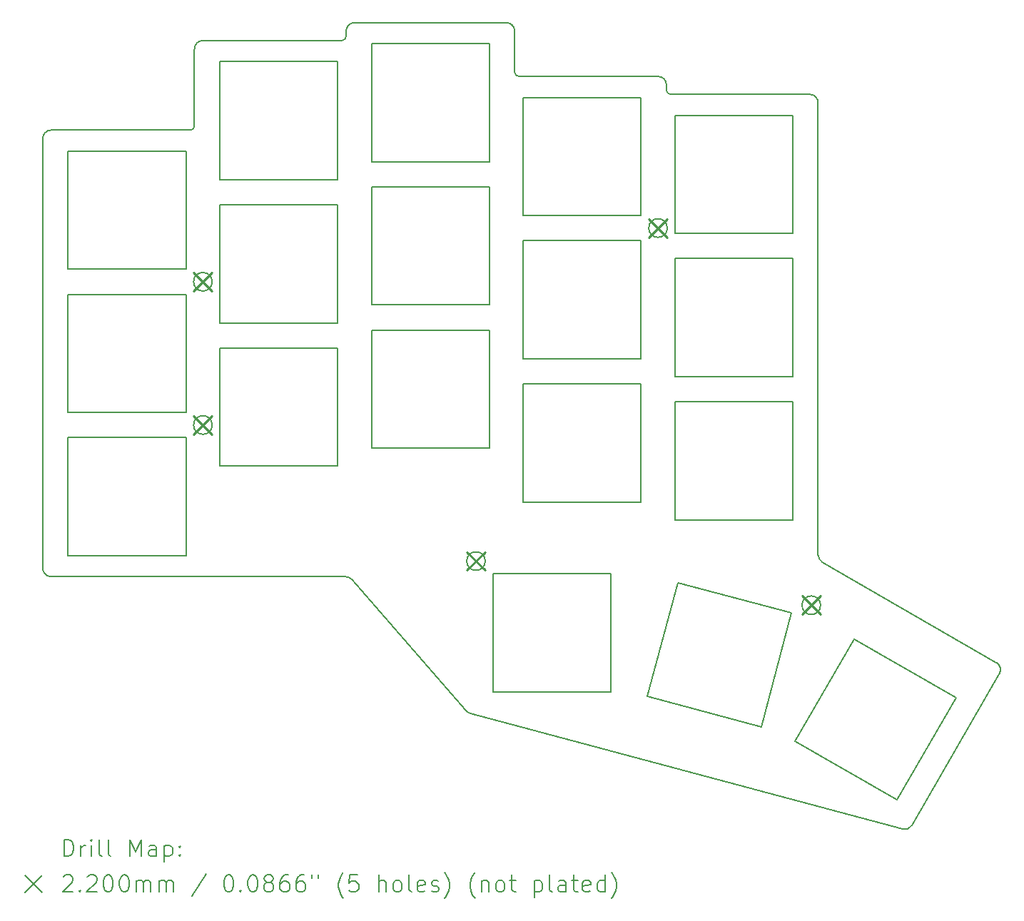
<source format=gbr>
%TF.GenerationSoftware,KiCad,Pcbnew,8.0.6+1*%
%TF.CreationDate,2024-12-31T16:22:12+00:00*%
%TF.ProjectId,frontplate,66726f6e-7470-46c6-9174-652e6b696361,0.2*%
%TF.SameCoordinates,Original*%
%TF.FileFunction,Drillmap*%
%TF.FilePolarity,Positive*%
%FSLAX45Y45*%
G04 Gerber Fmt 4.5, Leading zero omitted, Abs format (unit mm)*
G04 Created by KiCad (PCBNEW 8.0.6+1) date 2024-12-31 16:22:12*
%MOMM*%
%LPD*%
G01*
G04 APERTURE LIST*
%ADD10C,0.150000*%
%ADD11C,0.200000*%
%ADD12C,0.220000*%
G04 APERTURE END LIST*
D10*
X9100000Y-10950000D02*
X12591898Y-10950000D01*
X9000000Y-10850000D02*
X9000000Y-5750000D01*
X9100000Y-10950000D02*
G75*
G02*
X9000000Y-10850000I0J100000D01*
G01*
X10750000Y-5650000D02*
X9100000Y-5650000D01*
X9000000Y-5750000D02*
G75*
G02*
X9100000Y-5650000I100000J0D01*
G01*
X12550000Y-4587500D02*
X10900000Y-4587500D01*
X10800000Y-4687500D02*
G75*
G02*
X10900000Y-4587500I100000J0D01*
G01*
X10800000Y-4687500D02*
X10800000Y-5600000D01*
X14600000Y-4962500D02*
X14600000Y-4475000D01*
X14500000Y-4375000D02*
G75*
G02*
X14600000Y-4475000I0J-100000D01*
G01*
X14500000Y-4375000D02*
X12700000Y-4375000D01*
X12600000Y-4475000D02*
G75*
G02*
X12700000Y-4375000I100000J0D01*
G01*
X12600000Y-4475000D02*
X12600000Y-4537500D01*
X16400000Y-5175000D02*
X16400000Y-5112500D01*
X16300000Y-5012500D02*
G75*
G02*
X16400000Y-5112500I0J-100000D01*
G01*
X16300000Y-5012500D02*
X14650000Y-5012500D01*
X18200000Y-10689481D02*
X18200000Y-5325000D01*
X18100000Y-5225000D02*
G75*
G02*
X18200000Y-5325000I0J-100000D01*
G01*
X18100000Y-5225000D02*
X16450000Y-5225000D01*
X19312481Y-13901024D02*
X20350000Y-12103989D01*
X18250000Y-10776083D02*
X20313398Y-11967386D01*
X19199997Y-13947617D02*
X14069557Y-12572920D01*
X14019936Y-12541896D02*
X12667401Y-10984431D01*
X18250000Y-10776083D02*
G75*
G02*
X18199999Y-10689481I50000J86603D01*
G01*
X20313398Y-11967386D02*
G75*
G02*
X20350002Y-12103990I-49998J-86604D01*
G01*
X19312481Y-13901024D02*
G75*
G02*
X19199998Y-13947613I-86601J50004D01*
G01*
X14069557Y-12572920D02*
G75*
G02*
X14019937Y-12541895I25883J96590D01*
G01*
X12591898Y-10950000D02*
G75*
G02*
X12667402Y-10984430I2J-100000D01*
G01*
X16450000Y-5225000D02*
G75*
G02*
X16400000Y-5175000I0J50000D01*
G01*
X14650000Y-5012500D02*
G75*
G02*
X14600000Y-4962500I0J50000D01*
G01*
X12600000Y-4537500D02*
G75*
G02*
X12550000Y-4587500I-50000J0D01*
G01*
X10800000Y-5600000D02*
G75*
G02*
X10750000Y-5650000I-50000J0D01*
G01*
X9300000Y-10700000D02*
X10700000Y-10700000D01*
X10700000Y-10700000D02*
X10700000Y-9300000D01*
X10700000Y-9300000D02*
X9300000Y-9300000D01*
X9300000Y-9300000D02*
X9300000Y-10700000D01*
X9300000Y-9000000D02*
X10700000Y-9000000D01*
X10700000Y-9000000D02*
X10700000Y-7600000D01*
X10700000Y-7600000D02*
X9300000Y-7600000D01*
X9300000Y-7600000D02*
X9300000Y-9000000D01*
X9300000Y-7300000D02*
X10700000Y-7300000D01*
X10700000Y-7300000D02*
X10700000Y-5900000D01*
X10700000Y-5900000D02*
X9300000Y-5900000D01*
X9300000Y-5900000D02*
X9300000Y-7300000D01*
X11100000Y-9637500D02*
X12500000Y-9637500D01*
X12500000Y-9637500D02*
X12500000Y-8237500D01*
X12500000Y-8237500D02*
X11100000Y-8237500D01*
X11100000Y-8237500D02*
X11100000Y-9637500D01*
X11100000Y-7937500D02*
X12500000Y-7937500D01*
X12500000Y-7937500D02*
X12500000Y-6537500D01*
X12500000Y-6537500D02*
X11100000Y-6537500D01*
X11100000Y-6537500D02*
X11100000Y-7937500D01*
X11100000Y-6237500D02*
X12500000Y-6237500D01*
X12500000Y-6237500D02*
X12500000Y-4837500D01*
X12500000Y-4837500D02*
X11100000Y-4837500D01*
X11100000Y-4837500D02*
X11100000Y-6237500D01*
X12900000Y-9425000D02*
X14300000Y-9425000D01*
X14300000Y-9425000D02*
X14300000Y-8025000D01*
X14300000Y-8025000D02*
X12900000Y-8025000D01*
X12900000Y-8025000D02*
X12900000Y-9425000D01*
X12900000Y-7725000D02*
X14300000Y-7725000D01*
X14300000Y-7725000D02*
X14300000Y-6325000D01*
X14300000Y-6325000D02*
X12900000Y-6325000D01*
X12900000Y-6325000D02*
X12900000Y-7725000D01*
X12900000Y-6025000D02*
X14300000Y-6025000D01*
X14300000Y-6025000D02*
X14300000Y-4625000D01*
X14300000Y-4625000D02*
X12900000Y-4625000D01*
X12900000Y-4625000D02*
X12900000Y-6025000D01*
X14700000Y-10062500D02*
X16100000Y-10062500D01*
X16100000Y-10062500D02*
X16100000Y-8662500D01*
X16100000Y-8662500D02*
X14700000Y-8662500D01*
X14700000Y-8662500D02*
X14700000Y-10062500D01*
X14700000Y-8362500D02*
X16100000Y-8362500D01*
X16100000Y-8362500D02*
X16100000Y-6962500D01*
X16100000Y-6962500D02*
X14700000Y-6962500D01*
X14700000Y-6962500D02*
X14700000Y-8362500D01*
X14700000Y-6662500D02*
X16100000Y-6662500D01*
X16100000Y-6662500D02*
X16100000Y-5262500D01*
X16100000Y-5262500D02*
X14700000Y-5262500D01*
X14700000Y-5262500D02*
X14700000Y-6662500D01*
X16500000Y-10275000D02*
X17900000Y-10275000D01*
X17900000Y-10275000D02*
X17900000Y-8875000D01*
X17900000Y-8875000D02*
X16500000Y-8875000D01*
X16500000Y-8875000D02*
X16500000Y-10275000D01*
X16500000Y-8575000D02*
X17900000Y-8575000D01*
X17900000Y-8575000D02*
X17900000Y-7175000D01*
X17900000Y-7175000D02*
X16500000Y-7175000D01*
X16500000Y-7175000D02*
X16500000Y-8575000D01*
X16500000Y-6875000D02*
X17900000Y-6875000D01*
X17900000Y-6875000D02*
X17900000Y-5475000D01*
X17900000Y-5475000D02*
X16500000Y-5475000D01*
X16500000Y-5475000D02*
X16500000Y-6875000D01*
X14340000Y-12315000D02*
X15740000Y-12315000D01*
X15740000Y-12315000D02*
X15740000Y-10915000D01*
X15740000Y-10915000D02*
X14340000Y-10915000D01*
X14340000Y-10915000D02*
X14340000Y-12315000D01*
X16172008Y-12371875D02*
X17524304Y-12734222D01*
X17524304Y-12734222D02*
X17886651Y-11381925D01*
X17886651Y-11381925D02*
X16534355Y-11019579D01*
X16534355Y-11019579D02*
X16172008Y-12371875D01*
X17926872Y-12900970D02*
X19139307Y-13600970D01*
X19139307Y-13600970D02*
X19839307Y-12388535D01*
X19839307Y-12388535D02*
X18626872Y-11688535D01*
X18626872Y-11688535D02*
X17926872Y-12900970D01*
X11010000Y-7450000D02*
G75*
G02*
X10790000Y-7450000I-110000J0D01*
G01*
X10790000Y-7450000D02*
G75*
G02*
X11010000Y-7450000I110000J0D01*
G01*
X11010000Y-9150000D02*
G75*
G02*
X10790000Y-9150000I-110000J0D01*
G01*
X10790000Y-9150000D02*
G75*
G02*
X11010000Y-9150000I110000J0D01*
G01*
X16410000Y-6812500D02*
G75*
G02*
X16190000Y-6812500I-110000J0D01*
G01*
X16190000Y-6812500D02*
G75*
G02*
X16410000Y-6812500I110000J0D01*
G01*
X14250000Y-10765000D02*
G75*
G02*
X14030000Y-10765000I-110000J0D01*
G01*
X14030000Y-10765000D02*
G75*
G02*
X14250000Y-10765000I110000J0D01*
G01*
X18228659Y-11288800D02*
G75*
G02*
X18008659Y-11288800I-110000J0D01*
G01*
X18008659Y-11288800D02*
G75*
G02*
X18228659Y-11288800I110000J0D01*
G01*
D11*
D12*
X10790000Y-7340000D02*
X11010000Y-7560000D01*
X11010000Y-7340000D02*
X10790000Y-7560000D01*
X10790000Y-9040000D02*
X11010000Y-9260000D01*
X11010000Y-9040000D02*
X10790000Y-9260000D01*
X14030000Y-10655000D02*
X14250000Y-10875000D01*
X14250000Y-10655000D02*
X14030000Y-10875000D01*
X16190000Y-6702500D02*
X16410000Y-6922500D01*
X16410000Y-6702500D02*
X16190000Y-6922500D01*
X18008659Y-11178800D02*
X18228659Y-11398800D01*
X18228659Y-11178800D02*
X18008659Y-11398800D01*
D11*
X9253277Y-14270005D02*
X9253277Y-14070005D01*
X9253277Y-14070005D02*
X9300896Y-14070005D01*
X9300896Y-14070005D02*
X9329467Y-14079529D01*
X9329467Y-14079529D02*
X9348515Y-14098576D01*
X9348515Y-14098576D02*
X9358039Y-14117624D01*
X9358039Y-14117624D02*
X9367563Y-14155719D01*
X9367563Y-14155719D02*
X9367563Y-14184290D01*
X9367563Y-14184290D02*
X9358039Y-14222386D01*
X9358039Y-14222386D02*
X9348515Y-14241433D01*
X9348515Y-14241433D02*
X9329467Y-14260481D01*
X9329467Y-14260481D02*
X9300896Y-14270005D01*
X9300896Y-14270005D02*
X9253277Y-14270005D01*
X9453277Y-14270005D02*
X9453277Y-14136671D01*
X9453277Y-14174767D02*
X9462801Y-14155719D01*
X9462801Y-14155719D02*
X9472324Y-14146195D01*
X9472324Y-14146195D02*
X9491372Y-14136671D01*
X9491372Y-14136671D02*
X9510420Y-14136671D01*
X9577086Y-14270005D02*
X9577086Y-14136671D01*
X9577086Y-14070005D02*
X9567563Y-14079529D01*
X9567563Y-14079529D02*
X9577086Y-14089052D01*
X9577086Y-14089052D02*
X9586610Y-14079529D01*
X9586610Y-14079529D02*
X9577086Y-14070005D01*
X9577086Y-14070005D02*
X9577086Y-14089052D01*
X9700896Y-14270005D02*
X9681848Y-14260481D01*
X9681848Y-14260481D02*
X9672324Y-14241433D01*
X9672324Y-14241433D02*
X9672324Y-14070005D01*
X9805658Y-14270005D02*
X9786610Y-14260481D01*
X9786610Y-14260481D02*
X9777086Y-14241433D01*
X9777086Y-14241433D02*
X9777086Y-14070005D01*
X10034229Y-14270005D02*
X10034229Y-14070005D01*
X10034229Y-14070005D02*
X10100896Y-14212862D01*
X10100896Y-14212862D02*
X10167563Y-14070005D01*
X10167563Y-14070005D02*
X10167563Y-14270005D01*
X10348515Y-14270005D02*
X10348515Y-14165243D01*
X10348515Y-14165243D02*
X10338991Y-14146195D01*
X10338991Y-14146195D02*
X10319944Y-14136671D01*
X10319944Y-14136671D02*
X10281848Y-14136671D01*
X10281848Y-14136671D02*
X10262801Y-14146195D01*
X10348515Y-14260481D02*
X10329467Y-14270005D01*
X10329467Y-14270005D02*
X10281848Y-14270005D01*
X10281848Y-14270005D02*
X10262801Y-14260481D01*
X10262801Y-14260481D02*
X10253277Y-14241433D01*
X10253277Y-14241433D02*
X10253277Y-14222386D01*
X10253277Y-14222386D02*
X10262801Y-14203338D01*
X10262801Y-14203338D02*
X10281848Y-14193814D01*
X10281848Y-14193814D02*
X10329467Y-14193814D01*
X10329467Y-14193814D02*
X10348515Y-14184290D01*
X10443753Y-14136671D02*
X10443753Y-14336671D01*
X10443753Y-14146195D02*
X10462801Y-14136671D01*
X10462801Y-14136671D02*
X10500896Y-14136671D01*
X10500896Y-14136671D02*
X10519944Y-14146195D01*
X10519944Y-14146195D02*
X10529467Y-14155719D01*
X10529467Y-14155719D02*
X10538991Y-14174767D01*
X10538991Y-14174767D02*
X10538991Y-14231909D01*
X10538991Y-14231909D02*
X10529467Y-14250957D01*
X10529467Y-14250957D02*
X10519944Y-14260481D01*
X10519944Y-14260481D02*
X10500896Y-14270005D01*
X10500896Y-14270005D02*
X10462801Y-14270005D01*
X10462801Y-14270005D02*
X10443753Y-14260481D01*
X10624705Y-14250957D02*
X10634229Y-14260481D01*
X10634229Y-14260481D02*
X10624705Y-14270005D01*
X10624705Y-14270005D02*
X10615182Y-14260481D01*
X10615182Y-14260481D02*
X10624705Y-14250957D01*
X10624705Y-14250957D02*
X10624705Y-14270005D01*
X10624705Y-14146195D02*
X10634229Y-14155719D01*
X10634229Y-14155719D02*
X10624705Y-14165243D01*
X10624705Y-14165243D02*
X10615182Y-14155719D01*
X10615182Y-14155719D02*
X10624705Y-14146195D01*
X10624705Y-14146195D02*
X10624705Y-14165243D01*
X8792500Y-14498521D02*
X8992500Y-14698521D01*
X8992500Y-14498521D02*
X8792500Y-14698521D01*
X9243753Y-14509052D02*
X9253277Y-14499529D01*
X9253277Y-14499529D02*
X9272324Y-14490005D01*
X9272324Y-14490005D02*
X9319944Y-14490005D01*
X9319944Y-14490005D02*
X9338991Y-14499529D01*
X9338991Y-14499529D02*
X9348515Y-14509052D01*
X9348515Y-14509052D02*
X9358039Y-14528100D01*
X9358039Y-14528100D02*
X9358039Y-14547148D01*
X9358039Y-14547148D02*
X9348515Y-14575719D01*
X9348515Y-14575719D02*
X9234229Y-14690005D01*
X9234229Y-14690005D02*
X9358039Y-14690005D01*
X9443753Y-14670957D02*
X9453277Y-14680481D01*
X9453277Y-14680481D02*
X9443753Y-14690005D01*
X9443753Y-14690005D02*
X9434229Y-14680481D01*
X9434229Y-14680481D02*
X9443753Y-14670957D01*
X9443753Y-14670957D02*
X9443753Y-14690005D01*
X9529467Y-14509052D02*
X9538991Y-14499529D01*
X9538991Y-14499529D02*
X9558039Y-14490005D01*
X9558039Y-14490005D02*
X9605658Y-14490005D01*
X9605658Y-14490005D02*
X9624705Y-14499529D01*
X9624705Y-14499529D02*
X9634229Y-14509052D01*
X9634229Y-14509052D02*
X9643753Y-14528100D01*
X9643753Y-14528100D02*
X9643753Y-14547148D01*
X9643753Y-14547148D02*
X9634229Y-14575719D01*
X9634229Y-14575719D02*
X9519944Y-14690005D01*
X9519944Y-14690005D02*
X9643753Y-14690005D01*
X9767563Y-14490005D02*
X9786610Y-14490005D01*
X9786610Y-14490005D02*
X9805658Y-14499529D01*
X9805658Y-14499529D02*
X9815182Y-14509052D01*
X9815182Y-14509052D02*
X9824705Y-14528100D01*
X9824705Y-14528100D02*
X9834229Y-14566195D01*
X9834229Y-14566195D02*
X9834229Y-14613814D01*
X9834229Y-14613814D02*
X9824705Y-14651909D01*
X9824705Y-14651909D02*
X9815182Y-14670957D01*
X9815182Y-14670957D02*
X9805658Y-14680481D01*
X9805658Y-14680481D02*
X9786610Y-14690005D01*
X9786610Y-14690005D02*
X9767563Y-14690005D01*
X9767563Y-14690005D02*
X9748515Y-14680481D01*
X9748515Y-14680481D02*
X9738991Y-14670957D01*
X9738991Y-14670957D02*
X9729467Y-14651909D01*
X9729467Y-14651909D02*
X9719944Y-14613814D01*
X9719944Y-14613814D02*
X9719944Y-14566195D01*
X9719944Y-14566195D02*
X9729467Y-14528100D01*
X9729467Y-14528100D02*
X9738991Y-14509052D01*
X9738991Y-14509052D02*
X9748515Y-14499529D01*
X9748515Y-14499529D02*
X9767563Y-14490005D01*
X9958039Y-14490005D02*
X9977086Y-14490005D01*
X9977086Y-14490005D02*
X9996134Y-14499529D01*
X9996134Y-14499529D02*
X10005658Y-14509052D01*
X10005658Y-14509052D02*
X10015182Y-14528100D01*
X10015182Y-14528100D02*
X10024705Y-14566195D01*
X10024705Y-14566195D02*
X10024705Y-14613814D01*
X10024705Y-14613814D02*
X10015182Y-14651909D01*
X10015182Y-14651909D02*
X10005658Y-14670957D01*
X10005658Y-14670957D02*
X9996134Y-14680481D01*
X9996134Y-14680481D02*
X9977086Y-14690005D01*
X9977086Y-14690005D02*
X9958039Y-14690005D01*
X9958039Y-14690005D02*
X9938991Y-14680481D01*
X9938991Y-14680481D02*
X9929467Y-14670957D01*
X9929467Y-14670957D02*
X9919944Y-14651909D01*
X9919944Y-14651909D02*
X9910420Y-14613814D01*
X9910420Y-14613814D02*
X9910420Y-14566195D01*
X9910420Y-14566195D02*
X9919944Y-14528100D01*
X9919944Y-14528100D02*
X9929467Y-14509052D01*
X9929467Y-14509052D02*
X9938991Y-14499529D01*
X9938991Y-14499529D02*
X9958039Y-14490005D01*
X10110420Y-14690005D02*
X10110420Y-14556671D01*
X10110420Y-14575719D02*
X10119944Y-14566195D01*
X10119944Y-14566195D02*
X10138991Y-14556671D01*
X10138991Y-14556671D02*
X10167563Y-14556671D01*
X10167563Y-14556671D02*
X10186610Y-14566195D01*
X10186610Y-14566195D02*
X10196134Y-14585243D01*
X10196134Y-14585243D02*
X10196134Y-14690005D01*
X10196134Y-14585243D02*
X10205658Y-14566195D01*
X10205658Y-14566195D02*
X10224705Y-14556671D01*
X10224705Y-14556671D02*
X10253277Y-14556671D01*
X10253277Y-14556671D02*
X10272325Y-14566195D01*
X10272325Y-14566195D02*
X10281848Y-14585243D01*
X10281848Y-14585243D02*
X10281848Y-14690005D01*
X10377086Y-14690005D02*
X10377086Y-14556671D01*
X10377086Y-14575719D02*
X10386610Y-14566195D01*
X10386610Y-14566195D02*
X10405658Y-14556671D01*
X10405658Y-14556671D02*
X10434229Y-14556671D01*
X10434229Y-14556671D02*
X10453277Y-14566195D01*
X10453277Y-14566195D02*
X10462801Y-14585243D01*
X10462801Y-14585243D02*
X10462801Y-14690005D01*
X10462801Y-14585243D02*
X10472325Y-14566195D01*
X10472325Y-14566195D02*
X10491372Y-14556671D01*
X10491372Y-14556671D02*
X10519944Y-14556671D01*
X10519944Y-14556671D02*
X10538991Y-14566195D01*
X10538991Y-14566195D02*
X10548515Y-14585243D01*
X10548515Y-14585243D02*
X10548515Y-14690005D01*
X10938991Y-14480481D02*
X10767563Y-14737624D01*
X11196134Y-14490005D02*
X11215182Y-14490005D01*
X11215182Y-14490005D02*
X11234229Y-14499529D01*
X11234229Y-14499529D02*
X11243753Y-14509052D01*
X11243753Y-14509052D02*
X11253277Y-14528100D01*
X11253277Y-14528100D02*
X11262801Y-14566195D01*
X11262801Y-14566195D02*
X11262801Y-14613814D01*
X11262801Y-14613814D02*
X11253277Y-14651909D01*
X11253277Y-14651909D02*
X11243753Y-14670957D01*
X11243753Y-14670957D02*
X11234229Y-14680481D01*
X11234229Y-14680481D02*
X11215182Y-14690005D01*
X11215182Y-14690005D02*
X11196134Y-14690005D01*
X11196134Y-14690005D02*
X11177087Y-14680481D01*
X11177087Y-14680481D02*
X11167563Y-14670957D01*
X11167563Y-14670957D02*
X11158039Y-14651909D01*
X11158039Y-14651909D02*
X11148515Y-14613814D01*
X11148515Y-14613814D02*
X11148515Y-14566195D01*
X11148515Y-14566195D02*
X11158039Y-14528100D01*
X11158039Y-14528100D02*
X11167563Y-14509052D01*
X11167563Y-14509052D02*
X11177087Y-14499529D01*
X11177087Y-14499529D02*
X11196134Y-14490005D01*
X11348515Y-14670957D02*
X11358039Y-14680481D01*
X11358039Y-14680481D02*
X11348515Y-14690005D01*
X11348515Y-14690005D02*
X11338991Y-14680481D01*
X11338991Y-14680481D02*
X11348515Y-14670957D01*
X11348515Y-14670957D02*
X11348515Y-14690005D01*
X11481848Y-14490005D02*
X11500896Y-14490005D01*
X11500896Y-14490005D02*
X11519944Y-14499529D01*
X11519944Y-14499529D02*
X11529467Y-14509052D01*
X11529467Y-14509052D02*
X11538991Y-14528100D01*
X11538991Y-14528100D02*
X11548515Y-14566195D01*
X11548515Y-14566195D02*
X11548515Y-14613814D01*
X11548515Y-14613814D02*
X11538991Y-14651909D01*
X11538991Y-14651909D02*
X11529467Y-14670957D01*
X11529467Y-14670957D02*
X11519944Y-14680481D01*
X11519944Y-14680481D02*
X11500896Y-14690005D01*
X11500896Y-14690005D02*
X11481848Y-14690005D01*
X11481848Y-14690005D02*
X11462801Y-14680481D01*
X11462801Y-14680481D02*
X11453277Y-14670957D01*
X11453277Y-14670957D02*
X11443753Y-14651909D01*
X11443753Y-14651909D02*
X11434229Y-14613814D01*
X11434229Y-14613814D02*
X11434229Y-14566195D01*
X11434229Y-14566195D02*
X11443753Y-14528100D01*
X11443753Y-14528100D02*
X11453277Y-14509052D01*
X11453277Y-14509052D02*
X11462801Y-14499529D01*
X11462801Y-14499529D02*
X11481848Y-14490005D01*
X11662801Y-14575719D02*
X11643753Y-14566195D01*
X11643753Y-14566195D02*
X11634229Y-14556671D01*
X11634229Y-14556671D02*
X11624706Y-14537624D01*
X11624706Y-14537624D02*
X11624706Y-14528100D01*
X11624706Y-14528100D02*
X11634229Y-14509052D01*
X11634229Y-14509052D02*
X11643753Y-14499529D01*
X11643753Y-14499529D02*
X11662801Y-14490005D01*
X11662801Y-14490005D02*
X11700896Y-14490005D01*
X11700896Y-14490005D02*
X11719944Y-14499529D01*
X11719944Y-14499529D02*
X11729467Y-14509052D01*
X11729467Y-14509052D02*
X11738991Y-14528100D01*
X11738991Y-14528100D02*
X11738991Y-14537624D01*
X11738991Y-14537624D02*
X11729467Y-14556671D01*
X11729467Y-14556671D02*
X11719944Y-14566195D01*
X11719944Y-14566195D02*
X11700896Y-14575719D01*
X11700896Y-14575719D02*
X11662801Y-14575719D01*
X11662801Y-14575719D02*
X11643753Y-14585243D01*
X11643753Y-14585243D02*
X11634229Y-14594767D01*
X11634229Y-14594767D02*
X11624706Y-14613814D01*
X11624706Y-14613814D02*
X11624706Y-14651909D01*
X11624706Y-14651909D02*
X11634229Y-14670957D01*
X11634229Y-14670957D02*
X11643753Y-14680481D01*
X11643753Y-14680481D02*
X11662801Y-14690005D01*
X11662801Y-14690005D02*
X11700896Y-14690005D01*
X11700896Y-14690005D02*
X11719944Y-14680481D01*
X11719944Y-14680481D02*
X11729467Y-14670957D01*
X11729467Y-14670957D02*
X11738991Y-14651909D01*
X11738991Y-14651909D02*
X11738991Y-14613814D01*
X11738991Y-14613814D02*
X11729467Y-14594767D01*
X11729467Y-14594767D02*
X11719944Y-14585243D01*
X11719944Y-14585243D02*
X11700896Y-14575719D01*
X11910420Y-14490005D02*
X11872325Y-14490005D01*
X11872325Y-14490005D02*
X11853277Y-14499529D01*
X11853277Y-14499529D02*
X11843753Y-14509052D01*
X11843753Y-14509052D02*
X11824706Y-14537624D01*
X11824706Y-14537624D02*
X11815182Y-14575719D01*
X11815182Y-14575719D02*
X11815182Y-14651909D01*
X11815182Y-14651909D02*
X11824706Y-14670957D01*
X11824706Y-14670957D02*
X11834229Y-14680481D01*
X11834229Y-14680481D02*
X11853277Y-14690005D01*
X11853277Y-14690005D02*
X11891372Y-14690005D01*
X11891372Y-14690005D02*
X11910420Y-14680481D01*
X11910420Y-14680481D02*
X11919944Y-14670957D01*
X11919944Y-14670957D02*
X11929467Y-14651909D01*
X11929467Y-14651909D02*
X11929467Y-14604290D01*
X11929467Y-14604290D02*
X11919944Y-14585243D01*
X11919944Y-14585243D02*
X11910420Y-14575719D01*
X11910420Y-14575719D02*
X11891372Y-14566195D01*
X11891372Y-14566195D02*
X11853277Y-14566195D01*
X11853277Y-14566195D02*
X11834229Y-14575719D01*
X11834229Y-14575719D02*
X11824706Y-14585243D01*
X11824706Y-14585243D02*
X11815182Y-14604290D01*
X12100896Y-14490005D02*
X12062801Y-14490005D01*
X12062801Y-14490005D02*
X12043753Y-14499529D01*
X12043753Y-14499529D02*
X12034229Y-14509052D01*
X12034229Y-14509052D02*
X12015182Y-14537624D01*
X12015182Y-14537624D02*
X12005658Y-14575719D01*
X12005658Y-14575719D02*
X12005658Y-14651909D01*
X12005658Y-14651909D02*
X12015182Y-14670957D01*
X12015182Y-14670957D02*
X12024706Y-14680481D01*
X12024706Y-14680481D02*
X12043753Y-14690005D01*
X12043753Y-14690005D02*
X12081848Y-14690005D01*
X12081848Y-14690005D02*
X12100896Y-14680481D01*
X12100896Y-14680481D02*
X12110420Y-14670957D01*
X12110420Y-14670957D02*
X12119944Y-14651909D01*
X12119944Y-14651909D02*
X12119944Y-14604290D01*
X12119944Y-14604290D02*
X12110420Y-14585243D01*
X12110420Y-14585243D02*
X12100896Y-14575719D01*
X12100896Y-14575719D02*
X12081848Y-14566195D01*
X12081848Y-14566195D02*
X12043753Y-14566195D01*
X12043753Y-14566195D02*
X12024706Y-14575719D01*
X12024706Y-14575719D02*
X12015182Y-14585243D01*
X12015182Y-14585243D02*
X12005658Y-14604290D01*
X12196134Y-14490005D02*
X12196134Y-14528100D01*
X12272325Y-14490005D02*
X12272325Y-14528100D01*
X12567563Y-14766195D02*
X12558039Y-14756671D01*
X12558039Y-14756671D02*
X12538991Y-14728100D01*
X12538991Y-14728100D02*
X12529468Y-14709052D01*
X12529468Y-14709052D02*
X12519944Y-14680481D01*
X12519944Y-14680481D02*
X12510420Y-14632862D01*
X12510420Y-14632862D02*
X12510420Y-14594767D01*
X12510420Y-14594767D02*
X12519944Y-14547148D01*
X12519944Y-14547148D02*
X12529468Y-14518576D01*
X12529468Y-14518576D02*
X12538991Y-14499529D01*
X12538991Y-14499529D02*
X12558039Y-14470957D01*
X12558039Y-14470957D02*
X12567563Y-14461433D01*
X12738991Y-14490005D02*
X12643753Y-14490005D01*
X12643753Y-14490005D02*
X12634229Y-14585243D01*
X12634229Y-14585243D02*
X12643753Y-14575719D01*
X12643753Y-14575719D02*
X12662801Y-14566195D01*
X12662801Y-14566195D02*
X12710420Y-14566195D01*
X12710420Y-14566195D02*
X12729468Y-14575719D01*
X12729468Y-14575719D02*
X12738991Y-14585243D01*
X12738991Y-14585243D02*
X12748515Y-14604290D01*
X12748515Y-14604290D02*
X12748515Y-14651909D01*
X12748515Y-14651909D02*
X12738991Y-14670957D01*
X12738991Y-14670957D02*
X12729468Y-14680481D01*
X12729468Y-14680481D02*
X12710420Y-14690005D01*
X12710420Y-14690005D02*
X12662801Y-14690005D01*
X12662801Y-14690005D02*
X12643753Y-14680481D01*
X12643753Y-14680481D02*
X12634229Y-14670957D01*
X12986610Y-14690005D02*
X12986610Y-14490005D01*
X13072325Y-14690005D02*
X13072325Y-14585243D01*
X13072325Y-14585243D02*
X13062801Y-14566195D01*
X13062801Y-14566195D02*
X13043753Y-14556671D01*
X13043753Y-14556671D02*
X13015182Y-14556671D01*
X13015182Y-14556671D02*
X12996134Y-14566195D01*
X12996134Y-14566195D02*
X12986610Y-14575719D01*
X13196134Y-14690005D02*
X13177087Y-14680481D01*
X13177087Y-14680481D02*
X13167563Y-14670957D01*
X13167563Y-14670957D02*
X13158039Y-14651909D01*
X13158039Y-14651909D02*
X13158039Y-14594767D01*
X13158039Y-14594767D02*
X13167563Y-14575719D01*
X13167563Y-14575719D02*
X13177087Y-14566195D01*
X13177087Y-14566195D02*
X13196134Y-14556671D01*
X13196134Y-14556671D02*
X13224706Y-14556671D01*
X13224706Y-14556671D02*
X13243753Y-14566195D01*
X13243753Y-14566195D02*
X13253277Y-14575719D01*
X13253277Y-14575719D02*
X13262801Y-14594767D01*
X13262801Y-14594767D02*
X13262801Y-14651909D01*
X13262801Y-14651909D02*
X13253277Y-14670957D01*
X13253277Y-14670957D02*
X13243753Y-14680481D01*
X13243753Y-14680481D02*
X13224706Y-14690005D01*
X13224706Y-14690005D02*
X13196134Y-14690005D01*
X13377087Y-14690005D02*
X13358039Y-14680481D01*
X13358039Y-14680481D02*
X13348515Y-14661433D01*
X13348515Y-14661433D02*
X13348515Y-14490005D01*
X13529468Y-14680481D02*
X13510420Y-14690005D01*
X13510420Y-14690005D02*
X13472325Y-14690005D01*
X13472325Y-14690005D02*
X13453277Y-14680481D01*
X13453277Y-14680481D02*
X13443753Y-14661433D01*
X13443753Y-14661433D02*
X13443753Y-14585243D01*
X13443753Y-14585243D02*
X13453277Y-14566195D01*
X13453277Y-14566195D02*
X13472325Y-14556671D01*
X13472325Y-14556671D02*
X13510420Y-14556671D01*
X13510420Y-14556671D02*
X13529468Y-14566195D01*
X13529468Y-14566195D02*
X13538991Y-14585243D01*
X13538991Y-14585243D02*
X13538991Y-14604290D01*
X13538991Y-14604290D02*
X13443753Y-14623338D01*
X13615182Y-14680481D02*
X13634230Y-14690005D01*
X13634230Y-14690005D02*
X13672325Y-14690005D01*
X13672325Y-14690005D02*
X13691372Y-14680481D01*
X13691372Y-14680481D02*
X13700896Y-14661433D01*
X13700896Y-14661433D02*
X13700896Y-14651909D01*
X13700896Y-14651909D02*
X13691372Y-14632862D01*
X13691372Y-14632862D02*
X13672325Y-14623338D01*
X13672325Y-14623338D02*
X13643753Y-14623338D01*
X13643753Y-14623338D02*
X13624706Y-14613814D01*
X13624706Y-14613814D02*
X13615182Y-14594767D01*
X13615182Y-14594767D02*
X13615182Y-14585243D01*
X13615182Y-14585243D02*
X13624706Y-14566195D01*
X13624706Y-14566195D02*
X13643753Y-14556671D01*
X13643753Y-14556671D02*
X13672325Y-14556671D01*
X13672325Y-14556671D02*
X13691372Y-14566195D01*
X13767563Y-14766195D02*
X13777087Y-14756671D01*
X13777087Y-14756671D02*
X13796134Y-14728100D01*
X13796134Y-14728100D02*
X13805658Y-14709052D01*
X13805658Y-14709052D02*
X13815182Y-14680481D01*
X13815182Y-14680481D02*
X13824706Y-14632862D01*
X13824706Y-14632862D02*
X13824706Y-14594767D01*
X13824706Y-14594767D02*
X13815182Y-14547148D01*
X13815182Y-14547148D02*
X13805658Y-14518576D01*
X13805658Y-14518576D02*
X13796134Y-14499529D01*
X13796134Y-14499529D02*
X13777087Y-14470957D01*
X13777087Y-14470957D02*
X13767563Y-14461433D01*
X14129468Y-14766195D02*
X14119944Y-14756671D01*
X14119944Y-14756671D02*
X14100896Y-14728100D01*
X14100896Y-14728100D02*
X14091372Y-14709052D01*
X14091372Y-14709052D02*
X14081849Y-14680481D01*
X14081849Y-14680481D02*
X14072325Y-14632862D01*
X14072325Y-14632862D02*
X14072325Y-14594767D01*
X14072325Y-14594767D02*
X14081849Y-14547148D01*
X14081849Y-14547148D02*
X14091372Y-14518576D01*
X14091372Y-14518576D02*
X14100896Y-14499529D01*
X14100896Y-14499529D02*
X14119944Y-14470957D01*
X14119944Y-14470957D02*
X14129468Y-14461433D01*
X14205658Y-14556671D02*
X14205658Y-14690005D01*
X14205658Y-14575719D02*
X14215182Y-14566195D01*
X14215182Y-14566195D02*
X14234230Y-14556671D01*
X14234230Y-14556671D02*
X14262801Y-14556671D01*
X14262801Y-14556671D02*
X14281849Y-14566195D01*
X14281849Y-14566195D02*
X14291372Y-14585243D01*
X14291372Y-14585243D02*
X14291372Y-14690005D01*
X14415182Y-14690005D02*
X14396134Y-14680481D01*
X14396134Y-14680481D02*
X14386611Y-14670957D01*
X14386611Y-14670957D02*
X14377087Y-14651909D01*
X14377087Y-14651909D02*
X14377087Y-14594767D01*
X14377087Y-14594767D02*
X14386611Y-14575719D01*
X14386611Y-14575719D02*
X14396134Y-14566195D01*
X14396134Y-14566195D02*
X14415182Y-14556671D01*
X14415182Y-14556671D02*
X14443753Y-14556671D01*
X14443753Y-14556671D02*
X14462801Y-14566195D01*
X14462801Y-14566195D02*
X14472325Y-14575719D01*
X14472325Y-14575719D02*
X14481849Y-14594767D01*
X14481849Y-14594767D02*
X14481849Y-14651909D01*
X14481849Y-14651909D02*
X14472325Y-14670957D01*
X14472325Y-14670957D02*
X14462801Y-14680481D01*
X14462801Y-14680481D02*
X14443753Y-14690005D01*
X14443753Y-14690005D02*
X14415182Y-14690005D01*
X14538992Y-14556671D02*
X14615182Y-14556671D01*
X14567563Y-14490005D02*
X14567563Y-14661433D01*
X14567563Y-14661433D02*
X14577087Y-14680481D01*
X14577087Y-14680481D02*
X14596134Y-14690005D01*
X14596134Y-14690005D02*
X14615182Y-14690005D01*
X14834230Y-14556671D02*
X14834230Y-14756671D01*
X14834230Y-14566195D02*
X14853277Y-14556671D01*
X14853277Y-14556671D02*
X14891373Y-14556671D01*
X14891373Y-14556671D02*
X14910420Y-14566195D01*
X14910420Y-14566195D02*
X14919944Y-14575719D01*
X14919944Y-14575719D02*
X14929468Y-14594767D01*
X14929468Y-14594767D02*
X14929468Y-14651909D01*
X14929468Y-14651909D02*
X14919944Y-14670957D01*
X14919944Y-14670957D02*
X14910420Y-14680481D01*
X14910420Y-14680481D02*
X14891373Y-14690005D01*
X14891373Y-14690005D02*
X14853277Y-14690005D01*
X14853277Y-14690005D02*
X14834230Y-14680481D01*
X15043753Y-14690005D02*
X15024706Y-14680481D01*
X15024706Y-14680481D02*
X15015182Y-14661433D01*
X15015182Y-14661433D02*
X15015182Y-14490005D01*
X15205658Y-14690005D02*
X15205658Y-14585243D01*
X15205658Y-14585243D02*
X15196134Y-14566195D01*
X15196134Y-14566195D02*
X15177087Y-14556671D01*
X15177087Y-14556671D02*
X15138992Y-14556671D01*
X15138992Y-14556671D02*
X15119944Y-14566195D01*
X15205658Y-14680481D02*
X15186611Y-14690005D01*
X15186611Y-14690005D02*
X15138992Y-14690005D01*
X15138992Y-14690005D02*
X15119944Y-14680481D01*
X15119944Y-14680481D02*
X15110420Y-14661433D01*
X15110420Y-14661433D02*
X15110420Y-14642386D01*
X15110420Y-14642386D02*
X15119944Y-14623338D01*
X15119944Y-14623338D02*
X15138992Y-14613814D01*
X15138992Y-14613814D02*
X15186611Y-14613814D01*
X15186611Y-14613814D02*
X15205658Y-14604290D01*
X15272325Y-14556671D02*
X15348515Y-14556671D01*
X15300896Y-14490005D02*
X15300896Y-14661433D01*
X15300896Y-14661433D02*
X15310420Y-14680481D01*
X15310420Y-14680481D02*
X15329468Y-14690005D01*
X15329468Y-14690005D02*
X15348515Y-14690005D01*
X15491373Y-14680481D02*
X15472325Y-14690005D01*
X15472325Y-14690005D02*
X15434230Y-14690005D01*
X15434230Y-14690005D02*
X15415182Y-14680481D01*
X15415182Y-14680481D02*
X15405658Y-14661433D01*
X15405658Y-14661433D02*
X15405658Y-14585243D01*
X15405658Y-14585243D02*
X15415182Y-14566195D01*
X15415182Y-14566195D02*
X15434230Y-14556671D01*
X15434230Y-14556671D02*
X15472325Y-14556671D01*
X15472325Y-14556671D02*
X15491373Y-14566195D01*
X15491373Y-14566195D02*
X15500896Y-14585243D01*
X15500896Y-14585243D02*
X15500896Y-14604290D01*
X15500896Y-14604290D02*
X15405658Y-14623338D01*
X15672325Y-14690005D02*
X15672325Y-14490005D01*
X15672325Y-14680481D02*
X15653277Y-14690005D01*
X15653277Y-14690005D02*
X15615182Y-14690005D01*
X15615182Y-14690005D02*
X15596134Y-14680481D01*
X15596134Y-14680481D02*
X15586611Y-14670957D01*
X15586611Y-14670957D02*
X15577087Y-14651909D01*
X15577087Y-14651909D02*
X15577087Y-14594767D01*
X15577087Y-14594767D02*
X15586611Y-14575719D01*
X15586611Y-14575719D02*
X15596134Y-14566195D01*
X15596134Y-14566195D02*
X15615182Y-14556671D01*
X15615182Y-14556671D02*
X15653277Y-14556671D01*
X15653277Y-14556671D02*
X15672325Y-14566195D01*
X15748515Y-14766195D02*
X15758039Y-14756671D01*
X15758039Y-14756671D02*
X15777087Y-14728100D01*
X15777087Y-14728100D02*
X15786611Y-14709052D01*
X15786611Y-14709052D02*
X15796134Y-14680481D01*
X15796134Y-14680481D02*
X15805658Y-14632862D01*
X15805658Y-14632862D02*
X15805658Y-14594767D01*
X15805658Y-14594767D02*
X15796134Y-14547148D01*
X15796134Y-14547148D02*
X15786611Y-14518576D01*
X15786611Y-14518576D02*
X15777087Y-14499529D01*
X15777087Y-14499529D02*
X15758039Y-14470957D01*
X15758039Y-14470957D02*
X15748515Y-14461433D01*
M02*

</source>
